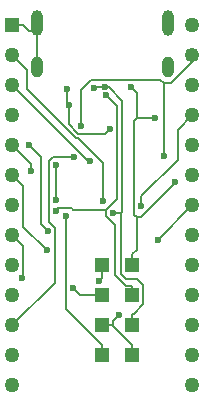
<source format=gbl>
G04 #@! TF.GenerationSoftware,KiCad,Pcbnew,(5.1.10-1-10_14)*
G04 #@! TF.CreationDate,2021-09-18T19:46:59+09:00*
G04 #@! TF.ProjectId,nrfmicro,6e72666d-6963-4726-9f2e-6b696361645f,rev?*
G04 #@! TF.SameCoordinates,Original*
G04 #@! TF.FileFunction,Copper,L2,Bot*
G04 #@! TF.FilePolarity,Positive*
%FSLAX46Y46*%
G04 Gerber Fmt 4.6, Leading zero omitted, Abs format (unit mm)*
G04 Created by KiCad (PCBNEW (5.1.10-1-10_14)) date 2021-09-18 19:46:59*
%MOMM*%
%LPD*%
G01*
G04 APERTURE LIST*
G04 #@! TA.AperFunction,ComponentPad*
%ADD10O,1.000000X2.200000*%
G04 #@! TD*
G04 #@! TA.AperFunction,ComponentPad*
%ADD11O,1.000000X1.800000*%
G04 #@! TD*
G04 #@! TA.AperFunction,SMDPad,CuDef*
%ADD12R,1.270000X1.270000*%
G04 #@! TD*
G04 #@! TA.AperFunction,ComponentPad*
%ADD13R,1.270000X1.270000*%
G04 #@! TD*
G04 #@! TA.AperFunction,ComponentPad*
%ADD14C,1.270000*%
G04 #@! TD*
G04 #@! TA.AperFunction,ComponentPad*
%ADD15C,1.250000*%
G04 #@! TD*
G04 #@! TA.AperFunction,ViaPad*
%ADD16C,0.600000*%
G04 #@! TD*
G04 #@! TA.AperFunction,Conductor*
%ADD17C,0.200000*%
G04 #@! TD*
G04 APERTURE END LIST*
D10*
X22146300Y-19800000D03*
X33296900Y-19800000D03*
D11*
X33297200Y-23600000D03*
X22146300Y-23600000D03*
D12*
X27721600Y-40320000D03*
X27721600Y-42860000D03*
X27721600Y-45400000D03*
X27721600Y-47940000D03*
X30261600Y-47940000D03*
X30261600Y-45400000D03*
X30261600Y-42860000D03*
X30261600Y-40320000D03*
D13*
X20101600Y-20000000D03*
D14*
X35341600Y-20000000D03*
D15*
X35341600Y-22540000D03*
D14*
X35341600Y-25080000D03*
X35341600Y-27620000D03*
X35341600Y-30160000D03*
X35341600Y-32700000D03*
X35341600Y-35240000D03*
X35341600Y-37780000D03*
X35341600Y-40320000D03*
X35341600Y-42860000D03*
X35341600Y-45400000D03*
X35341600Y-47940000D03*
X35341600Y-50480000D03*
X20101600Y-50480000D03*
X20101600Y-47940000D03*
X20101600Y-45400000D03*
X20101600Y-42860000D03*
X20101600Y-40320000D03*
X20101600Y-37780000D03*
X20101600Y-35240000D03*
X20101600Y-32700000D03*
X20101600Y-30160000D03*
X20101600Y-27620000D03*
X20101600Y-25080000D03*
X20101600Y-22540000D03*
D16*
X29121100Y-44586600D03*
X21675300Y-32398600D03*
X31018500Y-35327500D03*
X28345000Y-28806600D03*
X24864700Y-26764000D03*
X33863200Y-33312100D03*
X32152200Y-27885700D03*
X30122800Y-25280700D03*
X24760900Y-25420400D03*
X25935700Y-28598600D03*
X32899200Y-31063200D03*
X28624400Y-35918200D03*
X27006300Y-25303500D03*
X27968900Y-25293400D03*
X23766600Y-35730400D03*
X28001900Y-25910600D03*
X23076300Y-37420700D03*
X21490400Y-30190300D03*
X27429500Y-41721500D03*
X25259800Y-42270300D03*
X24640200Y-36179100D03*
X32393100Y-38188500D03*
X25311900Y-31142100D03*
X20913500Y-41436800D03*
X23037800Y-39071100D03*
X26644800Y-31517200D03*
X27742600Y-34926600D03*
X23770300Y-34856500D03*
X23775400Y-31838900D03*
D17*
X20101600Y-30160000D02*
X21675300Y-31733700D01*
X21675300Y-31733700D02*
X21675300Y-32398600D01*
X22146300Y-20500100D02*
X22146300Y-23600000D01*
X30261600Y-47940000D02*
X30261600Y-47004700D01*
X30261600Y-47004700D02*
X30144700Y-47004700D01*
X30144700Y-47004700D02*
X28656900Y-45516900D01*
X28656900Y-45516900D02*
X28656900Y-45400000D01*
X27721600Y-45400000D02*
X28656900Y-45400000D01*
X28656900Y-45400000D02*
X28656900Y-45050800D01*
X28656900Y-45050800D02*
X29121100Y-44586600D01*
X21036900Y-20000000D02*
X21537000Y-20500100D01*
X21537000Y-20500100D02*
X22146300Y-20500100D01*
X22146300Y-19800000D02*
X22146300Y-20500100D01*
X20101600Y-20000000D02*
X21036900Y-20000000D01*
X35341600Y-27620000D02*
X34094600Y-28867000D01*
X34094600Y-28867000D02*
X34094600Y-31423200D01*
X34094600Y-31423200D02*
X31018500Y-34499300D01*
X31018500Y-34499300D02*
X31018500Y-35327500D01*
X24864700Y-26764000D02*
X24864700Y-28376500D01*
X24864700Y-28376500D02*
X25687100Y-29198900D01*
X25687100Y-29198900D02*
X27952700Y-29198900D01*
X27952700Y-29198900D02*
X28345000Y-28806600D01*
X30625700Y-36265200D02*
X30625700Y-39020600D01*
X30625700Y-39020600D02*
X30261600Y-39384700D01*
X30625700Y-27885700D02*
X30418200Y-28093200D01*
X30418200Y-28093200D02*
X30418200Y-36057700D01*
X30418200Y-36057700D02*
X30625700Y-36265200D01*
X30625700Y-36265200D02*
X30999400Y-36265200D01*
X30999400Y-36265200D02*
X33863200Y-33401400D01*
X33863200Y-33401400D02*
X33863200Y-33312100D01*
X24760900Y-25420400D02*
X24760900Y-26660200D01*
X24760900Y-26660200D02*
X24864700Y-26764000D01*
X30625700Y-27885700D02*
X30625700Y-25783600D01*
X30625700Y-25783600D02*
X30122800Y-25280700D01*
X30261600Y-40320000D02*
X30261600Y-39384700D01*
X32152200Y-27885700D02*
X30625700Y-27885700D01*
X32899200Y-24957600D02*
X32588500Y-24646900D01*
X32588500Y-24646900D02*
X26791300Y-24646900D01*
X26791300Y-24646900D02*
X25935700Y-25502500D01*
X25935700Y-25502500D02*
X25935700Y-28598600D01*
X35341600Y-22540000D02*
X35341600Y-23107100D01*
X35341600Y-23107100D02*
X33491100Y-24957600D01*
X33491100Y-24957600D02*
X32899200Y-24957600D01*
X32899200Y-24957600D02*
X32899200Y-31063200D01*
X29326200Y-35918200D02*
X29378700Y-35865700D01*
X29378700Y-35865700D02*
X29378700Y-26410700D01*
X29378700Y-26410700D02*
X28261400Y-25293400D01*
X28261400Y-25293400D02*
X27968900Y-25293400D01*
X30261600Y-44464700D02*
X30378500Y-44464700D01*
X30378500Y-44464700D02*
X31197000Y-43646200D01*
X31197000Y-43646200D02*
X31197000Y-42037900D01*
X31197000Y-42037900D02*
X30683400Y-41524300D01*
X30683400Y-41524300D02*
X29726000Y-41524300D01*
X29726000Y-41524300D02*
X29326200Y-41124500D01*
X29326200Y-41124500D02*
X29326200Y-35918200D01*
X28624400Y-35918200D02*
X29326200Y-35918200D01*
X27968900Y-25293400D02*
X27016400Y-25293400D01*
X30261600Y-45400000D02*
X30261600Y-44464700D01*
X27016400Y-25293400D02*
X27006300Y-25303500D01*
X28024100Y-35669600D02*
X25266900Y-35669600D01*
X25266900Y-35669600D02*
X25113600Y-35516300D01*
X25113600Y-35516300D02*
X23980700Y-35516300D01*
X23980700Y-35516300D02*
X23766600Y-35730400D01*
X28024100Y-35669600D02*
X28024100Y-36166800D01*
X28024100Y-36166800D02*
X28806100Y-36948800D01*
X28806100Y-36948800D02*
X28806100Y-41183100D01*
X28806100Y-41183100D02*
X29713500Y-42090500D01*
X29713500Y-42090500D02*
X30261600Y-42090500D01*
X28001900Y-25910600D02*
X28958500Y-26867200D01*
X28958500Y-26867200D02*
X28958500Y-34735200D01*
X28958500Y-34735200D02*
X28024100Y-35669600D01*
X30261600Y-42860000D02*
X30261600Y-42090500D01*
X21490400Y-30190300D02*
X22510200Y-31210100D01*
X22510200Y-31210100D02*
X22510200Y-36854600D01*
X22510200Y-36854600D02*
X23076300Y-37420700D01*
X27721600Y-40320000D02*
X27721600Y-41429400D01*
X27721600Y-41429400D02*
X27429500Y-41721500D01*
X27721600Y-42860000D02*
X25849500Y-42860000D01*
X25849500Y-42860000D02*
X25259800Y-42270300D01*
X27721600Y-47940000D02*
X27721600Y-47004700D01*
X27721600Y-47004700D02*
X27604700Y-47004700D01*
X27604700Y-47004700D02*
X24640200Y-44040200D01*
X24640200Y-44040200D02*
X24640200Y-36179100D01*
X35341600Y-35240000D02*
X32393100Y-38188500D01*
X20101600Y-45400000D02*
X23678900Y-41822700D01*
X23678900Y-41822700D02*
X23678900Y-37172900D01*
X23678900Y-37172900D02*
X23159600Y-36653600D01*
X23159600Y-36653600D02*
X23159600Y-31556800D01*
X23159600Y-31556800D02*
X23574300Y-31142100D01*
X23574300Y-31142100D02*
X25311900Y-31142100D01*
X20101600Y-37780000D02*
X21037000Y-38715400D01*
X21037000Y-38715400D02*
X21037000Y-41313300D01*
X21037000Y-41313300D02*
X20913500Y-41436800D01*
X20101600Y-32700000D02*
X21037000Y-33635400D01*
X21037000Y-33635400D02*
X21037000Y-37070300D01*
X21037000Y-37070300D02*
X23037800Y-39071100D01*
X20101600Y-25080000D02*
X26538800Y-31517200D01*
X26538800Y-31517200D02*
X26644800Y-31517200D01*
X20101600Y-22540000D02*
X21341500Y-23779900D01*
X21341500Y-23779900D02*
X21341500Y-25419400D01*
X21341500Y-25419400D02*
X25521300Y-29599200D01*
X25521300Y-29599200D02*
X25617700Y-29599200D01*
X25617700Y-29599200D02*
X27742500Y-31724000D01*
X27742500Y-31724000D02*
X27742500Y-34926600D01*
X27742500Y-34926600D02*
X27742600Y-34926600D01*
X23770300Y-34856500D02*
X23775400Y-34851400D01*
X23775400Y-34851400D02*
X23775400Y-31838900D01*
M02*

</source>
